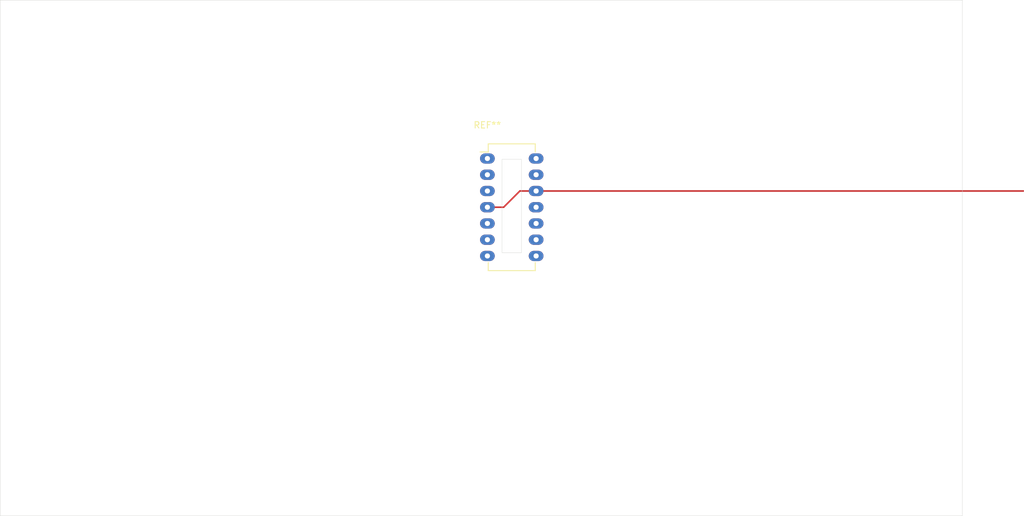
<source format=kicad_pcb>
(kicad_pcb (version 20210722) (generator pcbnew)
  (layers (0 "F.Cu" signal) (31 "B.Cu" signal) (34 "B.Paste" user) (35 "F.Paste" user) (36 "B.SilkS" user "B.Silkscreen") (37 "F.SilkS" user "F.Silkscreen") (38 "B.Mask" user) (39 "F.Mask" user) (44 "Edge.Cuts" user))
  (net 0 "")
  (net 1 "signal")
  (footprint "Housings_DIP:DIP-14_W7.62mm_LongPads" (layer "F.Cu") (at 154.305 74.93)
    (fp_text reference "REF**" (at 0 -5.22) (layer "F.SilkS"))
    (fp_text value "DIP-14_W7.62mm_LongPads")
    (fp_line (start 0.135 17.535) (end 0.135 16.265) (layer "F.SilkS") (width 0.15))
    (fp_line (start 0.135 17.535) (end 7.485 17.535) (layer "F.SilkS") (width 0.15))
    (fp_line (start 7.485 -2.295) (end 7.485 -1.025) (layer "F.SilkS") (width 0.15))
    (fp_line (start 7.485 17.535) (end 7.485 16.265) (layer "F.SilkS") (width 0.15))
    (fp_line (start 0.135 -1.025) (end -1.15 -1.025) (layer "F.SilkS") (width 0.15))
    (fp_line (start 0.135 -2.295) (end 7.485 -2.295) (layer "F.SilkS") (width 0.15))
    (fp_line (start 0.135 -2.295) (end 0.135 -1.025) (layer "F.SilkS") (width 0.15))
    (fp_rect (start 2.286 0.127) (end 5.334 14.732) (layer "Edge.Cuts") (width 0.05) (fill none))
    (pad "1" thru_hole oval locked (at 0 0) (size 2.3 1.6) (drill 0.8) (layers *.Cu *.Mask))
    (pad "2" thru_hole oval locked (at 0 2.54) (size 2.3 1.6) (drill 0.8) (layers *.Cu *.Mask))
    (pad "3" thru_hole oval locked (at 0 5.08) (size 2.3 1.6) (drill 0.8) (layers *.Cu *.Mask))
    (pad "4" thru_hole oval locked (at 0 7.62) (size 2.3 1.6) (drill 0.8) (layers *.Cu *.Mask) (net 1 "signal"))
    (pad "5" thru_hole oval locked (at 0 10.16) (size 2.3 1.6) (drill 0.8) (layers *.Cu *.Mask))
    (pad "6" thru_hole oval locked (at 0 12.7) (size 2.3 1.6) (drill 0.8) (layers *.Cu *.Mask))
    (pad "7" thru_hole oval locked (at 0 15.24) (size 2.3 1.6) (drill 0.8) (layers *.Cu *.Mask))
    (pad "8" thru_hole oval locked (at 7.62 15.24) (size 2.3 1.6) (drill 0.8) (layers *.Cu *.Mask))
    (pad "9" thru_hole oval locked (at 7.62 12.7) (size 2.3 1.6) (drill 0.8) (layers *.Cu *.Mask))
    (pad "10" thru_hole oval locked (at 7.62 10.16) (size 2.3 1.6) (drill 0.8) (layers *.Cu *.Mask))
    (pad "11" thru_hole oval locked (at 7.62 7.62) (size 2.3 1.6) (drill 0.8) (layers *.Cu *.Mask))
    (pad "12" thru_hole oval locked (at 7.62 5.08) (size 2.3 1.6) (drill 0.8) (layers *.Cu *.Mask) (net 1 "signal"))
    (pad "13" thru_hole oval locked (at 7.62 2.54) (size 2.3 1.6) (drill 0.8) (layers *.Cu *.Mask))
    (pad "14" thru_hole oval locked (at 7.62 0) (size 2.3 1.6) (drill 0.8) (layers *.Cu *.Mask))
  )
  (gr_rect (start 78.105 50.165) (end 228.6 130.81) (layer "Edge.Cuts") (width 0.05) (fill none))
  (segment (start 159.385 80.01) (end 156.845 82.55) (width 0.25) (layer "F.Cu") (net 1))
  (segment (start 156.845 82.55) (end 154.305 82.55) (width 0.25) (layer "F.Cu") (net 1))
  (segment (start 161.925 80.01) (end 238.125 80.01) (width 0.25) (layer "F.Cu") (net 1))
  (segment (start 161.925 80.01) (end 159.385 80.01) (width 0.25) (layer "F.Cu") (net 1))
)
</source>
